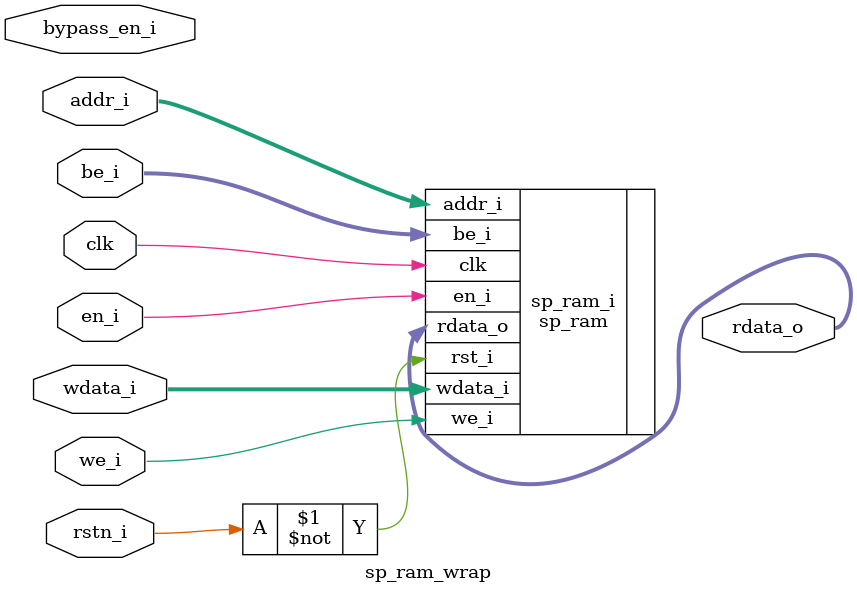
<source format=sv>

`include "config.sv"

module sp_ram_wrap
  #(
    parameter RAM_SIZE   = 32768,              // in bytes
    parameter ADDR_WIDTH = $clog2(RAM_SIZE),
    parameter DATA_WIDTH = 32
  )(
    // Clock and Reset
    input  logic                    clk,
    input  logic                    rstn_i,
    input  logic                    en_i,
    input  logic [ADDR_WIDTH-1:0]   addr_i,
    input  logic [DATA_WIDTH-1:0]   wdata_i,
    output logic [DATA_WIDTH-1:0]   rdata_o,
    input  logic                    we_i,
    input  logic [DATA_WIDTH/8-1:0] be_i,
    input  logic                    bypass_en_i
  );

`ifdef PULP_FPGA_EMUL
  xilinx_mem_8192x32
  sp_ram_i
  (
    .clka   ( clk                    ),
    .rsta   ( 1'b0                   ), // reset is active high

    .ena    ( en_i                   ),
    .addra  ( addr_i[ADDR_WIDTH-1:2] ),
    .dina   ( wdata_i                ),
    .douta  ( rdata_o                ),
    .wea    ( be_i & {4{we_i}}       )
  );

  // TODO: we should kill synthesis when the ram size is larger than what we
  // have here

`elsif ASIC
   // RAM bypass logic
   logic [31:0] ram_out_int;
   // assign rdata_o = (bypass_en_i) ? wdata_i : ram_out_int;
   assign rdata_o = ram_out_int;

   sp_ram_bank
   #(
    .NUM_BANKS  ( RAM_SIZE/4096 ),
    .BANK_SIZE  ( 1024          )
   )
   sp_ram_bank_i
   (
    .clk_i   ( clk                     ),
    .rstn_i  ( rstn_i                  ),
    .en_i    ( en_i                    ),
    .addr_i  ( addr_i                  ),
    .wdata_i ( wdata_i                 ),
    .rdata_o ( ram_out_int             ),
    .we_i    ( (we_i & ~bypass_en_i)   ),
    .be_i    ( be_i                    )
   );

`else
  sp_ram
  #(
    .ADDR_WIDTH ( ADDR_WIDTH ),
    .DATA_WIDTH ( DATA_WIDTH ),
    .NUM_WORDS  ( RAM_SIZE   )
  )
  sp_ram_i
  (
    .rst_i   (~rstn_i    ),
    .clk     ( clk       ),
    .en_i    ( en_i      ),
    .addr_i  ( addr_i    ),
    .wdata_i ( wdata_i   ),
    .rdata_o ( rdata_o   ),
    .we_i    ( we_i      ),
    .be_i    ( be_i      )
  );
`endif

endmodule

</source>
